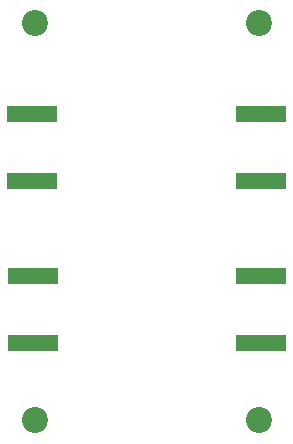
<source format=gbr>
%TF.GenerationSoftware,KiCad,Pcbnew,8.0.5-8.0.5-0~ubuntu22.04.1*%
%TF.CreationDate,2025-01-06T18:32:54-03:00*%
%TF.ProjectId,preenfasis,70726565-6e66-4617-9369-732e6b696361,v1.0*%
%TF.SameCoordinates,Original*%
%TF.FileFunction,Soldermask,Bot*%
%TF.FilePolarity,Negative*%
%FSLAX46Y46*%
G04 Gerber Fmt 4.6, Leading zero omitted, Abs format (unit mm)*
G04 Created by KiCad (PCBNEW 8.0.5-8.0.5-0~ubuntu22.04.1) date 2025-01-06 18:32:54*
%MOMM*%
%LPD*%
G01*
G04 APERTURE LIST*
%ADD10C,2.200000*%
%ADD11R,4.200000X1.350000*%
G04 APERTURE END LIST*
D10*
%TO.C,H3*%
X122000000Y-63390500D03*
%TD*%
%TO.C,H4*%
X103000000Y-63390500D03*
%TD*%
D11*
%TO.C,J3*%
X102743000Y-71065500D03*
X102743000Y-76715500D03*
%TD*%
D10*
%TO.C,H1*%
X122000000Y-97000000D03*
%TD*%
D11*
%TO.C,J2*%
X122174000Y-90455000D03*
X122174000Y-84805000D03*
%TD*%
%TO.C,J4*%
X122174000Y-76715500D03*
X122174000Y-71065500D03*
%TD*%
%TO.C,J1*%
X102816000Y-84805000D03*
X102816000Y-90455000D03*
%TD*%
D10*
%TO.C,H2*%
X103000000Y-97000000D03*
%TD*%
M02*

</source>
